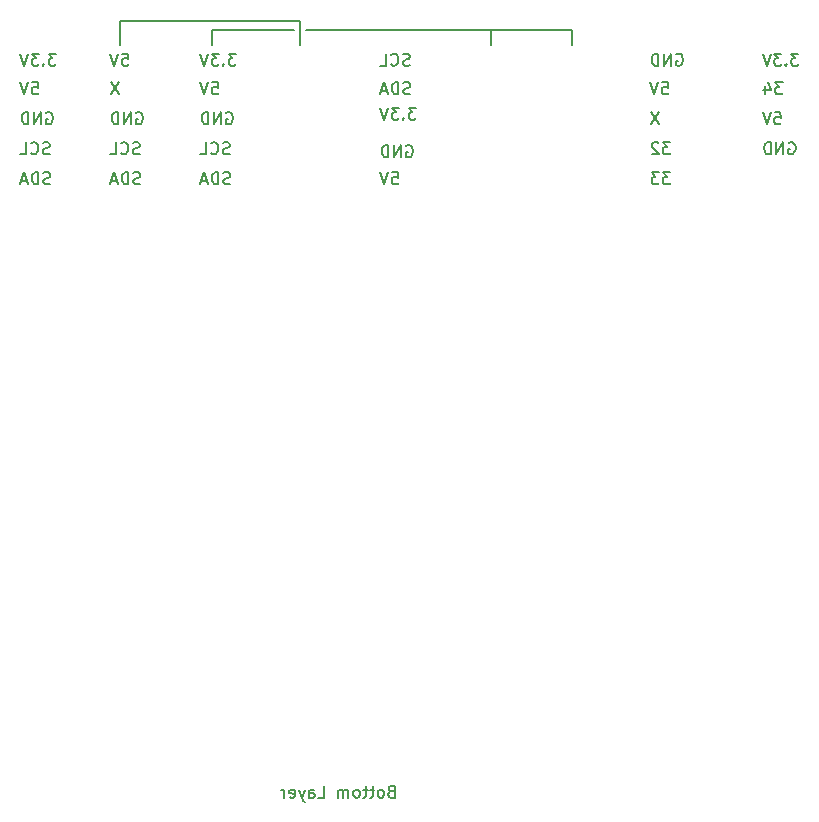
<source format=gbr>
%TF.GenerationSoftware,KiCad,Pcbnew,7.0.8*%
%TF.CreationDate,2024-07-30T15:52:23+02:00*%
%TF.ProjectId,RWTH,52575448-2e6b-4696-9361-645f70636258,rev?*%
%TF.SameCoordinates,Original*%
%TF.FileFunction,Legend,Bot*%
%TF.FilePolarity,Positive*%
%FSLAX46Y46*%
G04 Gerber Fmt 4.6, Leading zero omitted, Abs format (unit mm)*
G04 Created by KiCad (PCBNEW 7.0.8) date 2024-07-30 15:52:23*
%MOMM*%
%LPD*%
G01*
G04 APERTURE LIST*
%ADD10C,0.150000*%
G04 APERTURE END LIST*
D10*
X111379000Y-52070000D02*
X111379000Y-50800000D01*
X103632000Y-50038000D02*
X118872000Y-50038000D01*
X135001000Y-50800000D02*
X135001000Y-52070000D01*
X135001000Y-50800000D02*
X141859000Y-50800000D01*
X118872000Y-50038000D02*
X118872000Y-52070000D01*
X141859000Y-50800000D02*
X141859000Y-52070000D01*
X111379000Y-50800000D02*
X118364000Y-50800000D01*
X119380000Y-50800000D02*
X135001000Y-50800000D01*
X103632000Y-52070000D02*
X103632000Y-50038000D01*
X149244207Y-57797819D02*
X148577541Y-58797819D01*
X148577541Y-57797819D02*
X149244207Y-58797819D01*
X97666112Y-61290200D02*
X97523255Y-61337819D01*
X97523255Y-61337819D02*
X97285160Y-61337819D01*
X97285160Y-61337819D02*
X97189922Y-61290200D01*
X97189922Y-61290200D02*
X97142303Y-61242580D01*
X97142303Y-61242580D02*
X97094684Y-61147342D01*
X97094684Y-61147342D02*
X97094684Y-61052104D01*
X97094684Y-61052104D02*
X97142303Y-60956866D01*
X97142303Y-60956866D02*
X97189922Y-60909247D01*
X97189922Y-60909247D02*
X97285160Y-60861628D01*
X97285160Y-60861628D02*
X97475636Y-60814009D01*
X97475636Y-60814009D02*
X97570874Y-60766390D01*
X97570874Y-60766390D02*
X97618493Y-60718771D01*
X97618493Y-60718771D02*
X97666112Y-60623533D01*
X97666112Y-60623533D02*
X97666112Y-60528295D01*
X97666112Y-60528295D02*
X97618493Y-60433057D01*
X97618493Y-60433057D02*
X97570874Y-60385438D01*
X97570874Y-60385438D02*
X97475636Y-60337819D01*
X97475636Y-60337819D02*
X97237541Y-60337819D01*
X97237541Y-60337819D02*
X97094684Y-60385438D01*
X96094684Y-61242580D02*
X96142303Y-61290200D01*
X96142303Y-61290200D02*
X96285160Y-61337819D01*
X96285160Y-61337819D02*
X96380398Y-61337819D01*
X96380398Y-61337819D02*
X96523255Y-61290200D01*
X96523255Y-61290200D02*
X96618493Y-61194961D01*
X96618493Y-61194961D02*
X96666112Y-61099723D01*
X96666112Y-61099723D02*
X96713731Y-60909247D01*
X96713731Y-60909247D02*
X96713731Y-60766390D01*
X96713731Y-60766390D02*
X96666112Y-60575914D01*
X96666112Y-60575914D02*
X96618493Y-60480676D01*
X96618493Y-60480676D02*
X96523255Y-60385438D01*
X96523255Y-60385438D02*
X96380398Y-60337819D01*
X96380398Y-60337819D02*
X96285160Y-60337819D01*
X96285160Y-60337819D02*
X96142303Y-60385438D01*
X96142303Y-60385438D02*
X96094684Y-60433057D01*
X95189922Y-61337819D02*
X95666112Y-61337819D01*
X95666112Y-61337819D02*
X95666112Y-60337819D01*
X126669922Y-62877819D02*
X127146112Y-62877819D01*
X127146112Y-62877819D02*
X127193731Y-63354009D01*
X127193731Y-63354009D02*
X127146112Y-63306390D01*
X127146112Y-63306390D02*
X127050874Y-63258771D01*
X127050874Y-63258771D02*
X126812779Y-63258771D01*
X126812779Y-63258771D02*
X126717541Y-63306390D01*
X126717541Y-63306390D02*
X126669922Y-63354009D01*
X126669922Y-63354009D02*
X126622303Y-63449247D01*
X126622303Y-63449247D02*
X126622303Y-63687342D01*
X126622303Y-63687342D02*
X126669922Y-63782580D01*
X126669922Y-63782580D02*
X126717541Y-63830200D01*
X126717541Y-63830200D02*
X126812779Y-63877819D01*
X126812779Y-63877819D02*
X127050874Y-63877819D01*
X127050874Y-63877819D02*
X127146112Y-63830200D01*
X127146112Y-63830200D02*
X127193731Y-63782580D01*
X126336588Y-62877819D02*
X126003255Y-63877819D01*
X126003255Y-63877819D02*
X125669922Y-62877819D01*
X128193731Y-56210200D02*
X128050874Y-56257819D01*
X128050874Y-56257819D02*
X127812779Y-56257819D01*
X127812779Y-56257819D02*
X127717541Y-56210200D01*
X127717541Y-56210200D02*
X127669922Y-56162580D01*
X127669922Y-56162580D02*
X127622303Y-56067342D01*
X127622303Y-56067342D02*
X127622303Y-55972104D01*
X127622303Y-55972104D02*
X127669922Y-55876866D01*
X127669922Y-55876866D02*
X127717541Y-55829247D01*
X127717541Y-55829247D02*
X127812779Y-55781628D01*
X127812779Y-55781628D02*
X128003255Y-55734009D01*
X128003255Y-55734009D02*
X128098493Y-55686390D01*
X128098493Y-55686390D02*
X128146112Y-55638771D01*
X128146112Y-55638771D02*
X128193731Y-55543533D01*
X128193731Y-55543533D02*
X128193731Y-55448295D01*
X128193731Y-55448295D02*
X128146112Y-55353057D01*
X128146112Y-55353057D02*
X128098493Y-55305438D01*
X128098493Y-55305438D02*
X128003255Y-55257819D01*
X128003255Y-55257819D02*
X127765160Y-55257819D01*
X127765160Y-55257819D02*
X127622303Y-55305438D01*
X127193731Y-56257819D02*
X127193731Y-55257819D01*
X127193731Y-55257819D02*
X126955636Y-55257819D01*
X126955636Y-55257819D02*
X126812779Y-55305438D01*
X126812779Y-55305438D02*
X126717541Y-55400676D01*
X126717541Y-55400676D02*
X126669922Y-55495914D01*
X126669922Y-55495914D02*
X126622303Y-55686390D01*
X126622303Y-55686390D02*
X126622303Y-55829247D01*
X126622303Y-55829247D02*
X126669922Y-56019723D01*
X126669922Y-56019723D02*
X126717541Y-56114961D01*
X126717541Y-56114961D02*
X126812779Y-56210200D01*
X126812779Y-56210200D02*
X126955636Y-56257819D01*
X126955636Y-56257819D02*
X127193731Y-56257819D01*
X126241350Y-55972104D02*
X125765160Y-55972104D01*
X126336588Y-56257819D02*
X126003255Y-55257819D01*
X126003255Y-55257819D02*
X125669922Y-56257819D01*
X150196588Y-60337819D02*
X149577541Y-60337819D01*
X149577541Y-60337819D02*
X149910874Y-60718771D01*
X149910874Y-60718771D02*
X149768017Y-60718771D01*
X149768017Y-60718771D02*
X149672779Y-60766390D01*
X149672779Y-60766390D02*
X149625160Y-60814009D01*
X149625160Y-60814009D02*
X149577541Y-60909247D01*
X149577541Y-60909247D02*
X149577541Y-61147342D01*
X149577541Y-61147342D02*
X149625160Y-61242580D01*
X149625160Y-61242580D02*
X149672779Y-61290200D01*
X149672779Y-61290200D02*
X149768017Y-61337819D01*
X149768017Y-61337819D02*
X150053731Y-61337819D01*
X150053731Y-61337819D02*
X150148969Y-61290200D01*
X150148969Y-61290200D02*
X150196588Y-61242580D01*
X149196588Y-60433057D02*
X149148969Y-60385438D01*
X149148969Y-60385438D02*
X149053731Y-60337819D01*
X149053731Y-60337819D02*
X148815636Y-60337819D01*
X148815636Y-60337819D02*
X148720398Y-60385438D01*
X148720398Y-60385438D02*
X148672779Y-60433057D01*
X148672779Y-60433057D02*
X148625160Y-60528295D01*
X148625160Y-60528295D02*
X148625160Y-60623533D01*
X148625160Y-60623533D02*
X148672779Y-60766390D01*
X148672779Y-60766390D02*
X149244207Y-61337819D01*
X149244207Y-61337819D02*
X148625160Y-61337819D01*
X150720398Y-52892438D02*
X150815636Y-52844819D01*
X150815636Y-52844819D02*
X150958493Y-52844819D01*
X150958493Y-52844819D02*
X151101350Y-52892438D01*
X151101350Y-52892438D02*
X151196588Y-52987676D01*
X151196588Y-52987676D02*
X151244207Y-53082914D01*
X151244207Y-53082914D02*
X151291826Y-53273390D01*
X151291826Y-53273390D02*
X151291826Y-53416247D01*
X151291826Y-53416247D02*
X151244207Y-53606723D01*
X151244207Y-53606723D02*
X151196588Y-53701961D01*
X151196588Y-53701961D02*
X151101350Y-53797200D01*
X151101350Y-53797200D02*
X150958493Y-53844819D01*
X150958493Y-53844819D02*
X150863255Y-53844819D01*
X150863255Y-53844819D02*
X150720398Y-53797200D01*
X150720398Y-53797200D02*
X150672779Y-53749580D01*
X150672779Y-53749580D02*
X150672779Y-53416247D01*
X150672779Y-53416247D02*
X150863255Y-53416247D01*
X150244207Y-53844819D02*
X150244207Y-52844819D01*
X150244207Y-52844819D02*
X149672779Y-53844819D01*
X149672779Y-53844819D02*
X149672779Y-52844819D01*
X149196588Y-53844819D02*
X149196588Y-52844819D01*
X149196588Y-52844819D02*
X148958493Y-52844819D01*
X148958493Y-52844819D02*
X148815636Y-52892438D01*
X148815636Y-52892438D02*
X148720398Y-52987676D01*
X148720398Y-52987676D02*
X148672779Y-53082914D01*
X148672779Y-53082914D02*
X148625160Y-53273390D01*
X148625160Y-53273390D02*
X148625160Y-53416247D01*
X148625160Y-53416247D02*
X148672779Y-53606723D01*
X148672779Y-53606723D02*
X148720398Y-53701961D01*
X148720398Y-53701961D02*
X148815636Y-53797200D01*
X148815636Y-53797200D02*
X148958493Y-53844819D01*
X148958493Y-53844819D02*
X149196588Y-53844819D01*
X128146112Y-53797200D02*
X128003255Y-53844819D01*
X128003255Y-53844819D02*
X127765160Y-53844819D01*
X127765160Y-53844819D02*
X127669922Y-53797200D01*
X127669922Y-53797200D02*
X127622303Y-53749580D01*
X127622303Y-53749580D02*
X127574684Y-53654342D01*
X127574684Y-53654342D02*
X127574684Y-53559104D01*
X127574684Y-53559104D02*
X127622303Y-53463866D01*
X127622303Y-53463866D02*
X127669922Y-53416247D01*
X127669922Y-53416247D02*
X127765160Y-53368628D01*
X127765160Y-53368628D02*
X127955636Y-53321009D01*
X127955636Y-53321009D02*
X128050874Y-53273390D01*
X128050874Y-53273390D02*
X128098493Y-53225771D01*
X128098493Y-53225771D02*
X128146112Y-53130533D01*
X128146112Y-53130533D02*
X128146112Y-53035295D01*
X128146112Y-53035295D02*
X128098493Y-52940057D01*
X128098493Y-52940057D02*
X128050874Y-52892438D01*
X128050874Y-52892438D02*
X127955636Y-52844819D01*
X127955636Y-52844819D02*
X127717541Y-52844819D01*
X127717541Y-52844819D02*
X127574684Y-52892438D01*
X126574684Y-53749580D02*
X126622303Y-53797200D01*
X126622303Y-53797200D02*
X126765160Y-53844819D01*
X126765160Y-53844819D02*
X126860398Y-53844819D01*
X126860398Y-53844819D02*
X127003255Y-53797200D01*
X127003255Y-53797200D02*
X127098493Y-53701961D01*
X127098493Y-53701961D02*
X127146112Y-53606723D01*
X127146112Y-53606723D02*
X127193731Y-53416247D01*
X127193731Y-53416247D02*
X127193731Y-53273390D01*
X127193731Y-53273390D02*
X127146112Y-53082914D01*
X127146112Y-53082914D02*
X127098493Y-52987676D01*
X127098493Y-52987676D02*
X127003255Y-52892438D01*
X127003255Y-52892438D02*
X126860398Y-52844819D01*
X126860398Y-52844819D02*
X126765160Y-52844819D01*
X126765160Y-52844819D02*
X126622303Y-52892438D01*
X126622303Y-52892438D02*
X126574684Y-52940057D01*
X125669922Y-53844819D02*
X126146112Y-53844819D01*
X126146112Y-53844819D02*
X126146112Y-52844819D01*
X98189921Y-52844819D02*
X97570874Y-52844819D01*
X97570874Y-52844819D02*
X97904207Y-53225771D01*
X97904207Y-53225771D02*
X97761350Y-53225771D01*
X97761350Y-53225771D02*
X97666112Y-53273390D01*
X97666112Y-53273390D02*
X97618493Y-53321009D01*
X97618493Y-53321009D02*
X97570874Y-53416247D01*
X97570874Y-53416247D02*
X97570874Y-53654342D01*
X97570874Y-53654342D02*
X97618493Y-53749580D01*
X97618493Y-53749580D02*
X97666112Y-53797200D01*
X97666112Y-53797200D02*
X97761350Y-53844819D01*
X97761350Y-53844819D02*
X98047064Y-53844819D01*
X98047064Y-53844819D02*
X98142302Y-53797200D01*
X98142302Y-53797200D02*
X98189921Y-53749580D01*
X97142302Y-53749580D02*
X97094683Y-53797200D01*
X97094683Y-53797200D02*
X97142302Y-53844819D01*
X97142302Y-53844819D02*
X97189921Y-53797200D01*
X97189921Y-53797200D02*
X97142302Y-53749580D01*
X97142302Y-53749580D02*
X97142302Y-53844819D01*
X96761350Y-52844819D02*
X96142303Y-52844819D01*
X96142303Y-52844819D02*
X96475636Y-53225771D01*
X96475636Y-53225771D02*
X96332779Y-53225771D01*
X96332779Y-53225771D02*
X96237541Y-53273390D01*
X96237541Y-53273390D02*
X96189922Y-53321009D01*
X96189922Y-53321009D02*
X96142303Y-53416247D01*
X96142303Y-53416247D02*
X96142303Y-53654342D01*
X96142303Y-53654342D02*
X96189922Y-53749580D01*
X96189922Y-53749580D02*
X96237541Y-53797200D01*
X96237541Y-53797200D02*
X96332779Y-53844819D01*
X96332779Y-53844819D02*
X96618493Y-53844819D01*
X96618493Y-53844819D02*
X96713731Y-53797200D01*
X96713731Y-53797200D02*
X96761350Y-53749580D01*
X95856588Y-52844819D02*
X95523255Y-53844819D01*
X95523255Y-53844819D02*
X95189922Y-52844819D01*
X127860398Y-60639438D02*
X127955636Y-60591819D01*
X127955636Y-60591819D02*
X128098493Y-60591819D01*
X128098493Y-60591819D02*
X128241350Y-60639438D01*
X128241350Y-60639438D02*
X128336588Y-60734676D01*
X128336588Y-60734676D02*
X128384207Y-60829914D01*
X128384207Y-60829914D02*
X128431826Y-61020390D01*
X128431826Y-61020390D02*
X128431826Y-61163247D01*
X128431826Y-61163247D02*
X128384207Y-61353723D01*
X128384207Y-61353723D02*
X128336588Y-61448961D01*
X128336588Y-61448961D02*
X128241350Y-61544200D01*
X128241350Y-61544200D02*
X128098493Y-61591819D01*
X128098493Y-61591819D02*
X128003255Y-61591819D01*
X128003255Y-61591819D02*
X127860398Y-61544200D01*
X127860398Y-61544200D02*
X127812779Y-61496580D01*
X127812779Y-61496580D02*
X127812779Y-61163247D01*
X127812779Y-61163247D02*
X128003255Y-61163247D01*
X127384207Y-61591819D02*
X127384207Y-60591819D01*
X127384207Y-60591819D02*
X126812779Y-61591819D01*
X126812779Y-61591819D02*
X126812779Y-60591819D01*
X126336588Y-61591819D02*
X126336588Y-60591819D01*
X126336588Y-60591819D02*
X126098493Y-60591819D01*
X126098493Y-60591819D02*
X125955636Y-60639438D01*
X125955636Y-60639438D02*
X125860398Y-60734676D01*
X125860398Y-60734676D02*
X125812779Y-60829914D01*
X125812779Y-60829914D02*
X125765160Y-61020390D01*
X125765160Y-61020390D02*
X125765160Y-61163247D01*
X125765160Y-61163247D02*
X125812779Y-61353723D01*
X125812779Y-61353723D02*
X125860398Y-61448961D01*
X125860398Y-61448961D02*
X125955636Y-61544200D01*
X125955636Y-61544200D02*
X126098493Y-61591819D01*
X126098493Y-61591819D02*
X126336588Y-61591819D01*
X149529922Y-55257819D02*
X150006112Y-55257819D01*
X150006112Y-55257819D02*
X150053731Y-55734009D01*
X150053731Y-55734009D02*
X150006112Y-55686390D01*
X150006112Y-55686390D02*
X149910874Y-55638771D01*
X149910874Y-55638771D02*
X149672779Y-55638771D01*
X149672779Y-55638771D02*
X149577541Y-55686390D01*
X149577541Y-55686390D02*
X149529922Y-55734009D01*
X149529922Y-55734009D02*
X149482303Y-55829247D01*
X149482303Y-55829247D02*
X149482303Y-56067342D01*
X149482303Y-56067342D02*
X149529922Y-56162580D01*
X149529922Y-56162580D02*
X149577541Y-56210200D01*
X149577541Y-56210200D02*
X149672779Y-56257819D01*
X149672779Y-56257819D02*
X149910874Y-56257819D01*
X149910874Y-56257819D02*
X150006112Y-56210200D01*
X150006112Y-56210200D02*
X150053731Y-56162580D01*
X149196588Y-55257819D02*
X148863255Y-56257819D01*
X148863255Y-56257819D02*
X148529922Y-55257819D01*
X113429921Y-52844819D02*
X112810874Y-52844819D01*
X112810874Y-52844819D02*
X113144207Y-53225771D01*
X113144207Y-53225771D02*
X113001350Y-53225771D01*
X113001350Y-53225771D02*
X112906112Y-53273390D01*
X112906112Y-53273390D02*
X112858493Y-53321009D01*
X112858493Y-53321009D02*
X112810874Y-53416247D01*
X112810874Y-53416247D02*
X112810874Y-53654342D01*
X112810874Y-53654342D02*
X112858493Y-53749580D01*
X112858493Y-53749580D02*
X112906112Y-53797200D01*
X112906112Y-53797200D02*
X113001350Y-53844819D01*
X113001350Y-53844819D02*
X113287064Y-53844819D01*
X113287064Y-53844819D02*
X113382302Y-53797200D01*
X113382302Y-53797200D02*
X113429921Y-53749580D01*
X112382302Y-53749580D02*
X112334683Y-53797200D01*
X112334683Y-53797200D02*
X112382302Y-53844819D01*
X112382302Y-53844819D02*
X112429921Y-53797200D01*
X112429921Y-53797200D02*
X112382302Y-53749580D01*
X112382302Y-53749580D02*
X112382302Y-53844819D01*
X112001350Y-52844819D02*
X111382303Y-52844819D01*
X111382303Y-52844819D02*
X111715636Y-53225771D01*
X111715636Y-53225771D02*
X111572779Y-53225771D01*
X111572779Y-53225771D02*
X111477541Y-53273390D01*
X111477541Y-53273390D02*
X111429922Y-53321009D01*
X111429922Y-53321009D02*
X111382303Y-53416247D01*
X111382303Y-53416247D02*
X111382303Y-53654342D01*
X111382303Y-53654342D02*
X111429922Y-53749580D01*
X111429922Y-53749580D02*
X111477541Y-53797200D01*
X111477541Y-53797200D02*
X111572779Y-53844819D01*
X111572779Y-53844819D02*
X111858493Y-53844819D01*
X111858493Y-53844819D02*
X111953731Y-53797200D01*
X111953731Y-53797200D02*
X112001350Y-53749580D01*
X111096588Y-52844819D02*
X110763255Y-53844819D01*
X110763255Y-53844819D02*
X110429922Y-52844819D01*
X161054921Y-52844819D02*
X160435874Y-52844819D01*
X160435874Y-52844819D02*
X160769207Y-53225771D01*
X160769207Y-53225771D02*
X160626350Y-53225771D01*
X160626350Y-53225771D02*
X160531112Y-53273390D01*
X160531112Y-53273390D02*
X160483493Y-53321009D01*
X160483493Y-53321009D02*
X160435874Y-53416247D01*
X160435874Y-53416247D02*
X160435874Y-53654342D01*
X160435874Y-53654342D02*
X160483493Y-53749580D01*
X160483493Y-53749580D02*
X160531112Y-53797200D01*
X160531112Y-53797200D02*
X160626350Y-53844819D01*
X160626350Y-53844819D02*
X160912064Y-53844819D01*
X160912064Y-53844819D02*
X161007302Y-53797200D01*
X161007302Y-53797200D02*
X161054921Y-53749580D01*
X160007302Y-53749580D02*
X159959683Y-53797200D01*
X159959683Y-53797200D02*
X160007302Y-53844819D01*
X160007302Y-53844819D02*
X160054921Y-53797200D01*
X160054921Y-53797200D02*
X160007302Y-53749580D01*
X160007302Y-53749580D02*
X160007302Y-53844819D01*
X159626350Y-52844819D02*
X159007303Y-52844819D01*
X159007303Y-52844819D02*
X159340636Y-53225771D01*
X159340636Y-53225771D02*
X159197779Y-53225771D01*
X159197779Y-53225771D02*
X159102541Y-53273390D01*
X159102541Y-53273390D02*
X159054922Y-53321009D01*
X159054922Y-53321009D02*
X159007303Y-53416247D01*
X159007303Y-53416247D02*
X159007303Y-53654342D01*
X159007303Y-53654342D02*
X159054922Y-53749580D01*
X159054922Y-53749580D02*
X159102541Y-53797200D01*
X159102541Y-53797200D02*
X159197779Y-53844819D01*
X159197779Y-53844819D02*
X159483493Y-53844819D01*
X159483493Y-53844819D02*
X159578731Y-53797200D01*
X159578731Y-53797200D02*
X159626350Y-53749580D01*
X158721588Y-52844819D02*
X158388255Y-53844819D01*
X158388255Y-53844819D02*
X158054922Y-52844819D01*
X97713731Y-63830200D02*
X97570874Y-63877819D01*
X97570874Y-63877819D02*
X97332779Y-63877819D01*
X97332779Y-63877819D02*
X97237541Y-63830200D01*
X97237541Y-63830200D02*
X97189922Y-63782580D01*
X97189922Y-63782580D02*
X97142303Y-63687342D01*
X97142303Y-63687342D02*
X97142303Y-63592104D01*
X97142303Y-63592104D02*
X97189922Y-63496866D01*
X97189922Y-63496866D02*
X97237541Y-63449247D01*
X97237541Y-63449247D02*
X97332779Y-63401628D01*
X97332779Y-63401628D02*
X97523255Y-63354009D01*
X97523255Y-63354009D02*
X97618493Y-63306390D01*
X97618493Y-63306390D02*
X97666112Y-63258771D01*
X97666112Y-63258771D02*
X97713731Y-63163533D01*
X97713731Y-63163533D02*
X97713731Y-63068295D01*
X97713731Y-63068295D02*
X97666112Y-62973057D01*
X97666112Y-62973057D02*
X97618493Y-62925438D01*
X97618493Y-62925438D02*
X97523255Y-62877819D01*
X97523255Y-62877819D02*
X97285160Y-62877819D01*
X97285160Y-62877819D02*
X97142303Y-62925438D01*
X96713731Y-63877819D02*
X96713731Y-62877819D01*
X96713731Y-62877819D02*
X96475636Y-62877819D01*
X96475636Y-62877819D02*
X96332779Y-62925438D01*
X96332779Y-62925438D02*
X96237541Y-63020676D01*
X96237541Y-63020676D02*
X96189922Y-63115914D01*
X96189922Y-63115914D02*
X96142303Y-63306390D01*
X96142303Y-63306390D02*
X96142303Y-63449247D01*
X96142303Y-63449247D02*
X96189922Y-63639723D01*
X96189922Y-63639723D02*
X96237541Y-63734961D01*
X96237541Y-63734961D02*
X96332779Y-63830200D01*
X96332779Y-63830200D02*
X96475636Y-63877819D01*
X96475636Y-63877819D02*
X96713731Y-63877819D01*
X95761350Y-63592104D02*
X95285160Y-63592104D01*
X95856588Y-63877819D02*
X95523255Y-62877819D01*
X95523255Y-62877819D02*
X95189922Y-63877819D01*
X112953731Y-63830200D02*
X112810874Y-63877819D01*
X112810874Y-63877819D02*
X112572779Y-63877819D01*
X112572779Y-63877819D02*
X112477541Y-63830200D01*
X112477541Y-63830200D02*
X112429922Y-63782580D01*
X112429922Y-63782580D02*
X112382303Y-63687342D01*
X112382303Y-63687342D02*
X112382303Y-63592104D01*
X112382303Y-63592104D02*
X112429922Y-63496866D01*
X112429922Y-63496866D02*
X112477541Y-63449247D01*
X112477541Y-63449247D02*
X112572779Y-63401628D01*
X112572779Y-63401628D02*
X112763255Y-63354009D01*
X112763255Y-63354009D02*
X112858493Y-63306390D01*
X112858493Y-63306390D02*
X112906112Y-63258771D01*
X112906112Y-63258771D02*
X112953731Y-63163533D01*
X112953731Y-63163533D02*
X112953731Y-63068295D01*
X112953731Y-63068295D02*
X112906112Y-62973057D01*
X112906112Y-62973057D02*
X112858493Y-62925438D01*
X112858493Y-62925438D02*
X112763255Y-62877819D01*
X112763255Y-62877819D02*
X112525160Y-62877819D01*
X112525160Y-62877819D02*
X112382303Y-62925438D01*
X111953731Y-63877819D02*
X111953731Y-62877819D01*
X111953731Y-62877819D02*
X111715636Y-62877819D01*
X111715636Y-62877819D02*
X111572779Y-62925438D01*
X111572779Y-62925438D02*
X111477541Y-63020676D01*
X111477541Y-63020676D02*
X111429922Y-63115914D01*
X111429922Y-63115914D02*
X111382303Y-63306390D01*
X111382303Y-63306390D02*
X111382303Y-63449247D01*
X111382303Y-63449247D02*
X111429922Y-63639723D01*
X111429922Y-63639723D02*
X111477541Y-63734961D01*
X111477541Y-63734961D02*
X111572779Y-63830200D01*
X111572779Y-63830200D02*
X111715636Y-63877819D01*
X111715636Y-63877819D02*
X111953731Y-63877819D01*
X111001350Y-63592104D02*
X110525160Y-63592104D01*
X111096588Y-63877819D02*
X110763255Y-62877819D01*
X110763255Y-62877819D02*
X110429922Y-63877819D01*
X105000398Y-57845438D02*
X105095636Y-57797819D01*
X105095636Y-57797819D02*
X105238493Y-57797819D01*
X105238493Y-57797819D02*
X105381350Y-57845438D01*
X105381350Y-57845438D02*
X105476588Y-57940676D01*
X105476588Y-57940676D02*
X105524207Y-58035914D01*
X105524207Y-58035914D02*
X105571826Y-58226390D01*
X105571826Y-58226390D02*
X105571826Y-58369247D01*
X105571826Y-58369247D02*
X105524207Y-58559723D01*
X105524207Y-58559723D02*
X105476588Y-58654961D01*
X105476588Y-58654961D02*
X105381350Y-58750200D01*
X105381350Y-58750200D02*
X105238493Y-58797819D01*
X105238493Y-58797819D02*
X105143255Y-58797819D01*
X105143255Y-58797819D02*
X105000398Y-58750200D01*
X105000398Y-58750200D02*
X104952779Y-58702580D01*
X104952779Y-58702580D02*
X104952779Y-58369247D01*
X104952779Y-58369247D02*
X105143255Y-58369247D01*
X104524207Y-58797819D02*
X104524207Y-57797819D01*
X104524207Y-57797819D02*
X103952779Y-58797819D01*
X103952779Y-58797819D02*
X103952779Y-57797819D01*
X103476588Y-58797819D02*
X103476588Y-57797819D01*
X103476588Y-57797819D02*
X103238493Y-57797819D01*
X103238493Y-57797819D02*
X103095636Y-57845438D01*
X103095636Y-57845438D02*
X103000398Y-57940676D01*
X103000398Y-57940676D02*
X102952779Y-58035914D01*
X102952779Y-58035914D02*
X102905160Y-58226390D01*
X102905160Y-58226390D02*
X102905160Y-58369247D01*
X102905160Y-58369247D02*
X102952779Y-58559723D01*
X102952779Y-58559723D02*
X103000398Y-58654961D01*
X103000398Y-58654961D02*
X103095636Y-58750200D01*
X103095636Y-58750200D02*
X103238493Y-58797819D01*
X103238493Y-58797819D02*
X103476588Y-58797819D01*
X103524207Y-55257819D02*
X102857541Y-56257819D01*
X102857541Y-55257819D02*
X103524207Y-56257819D01*
X112620398Y-57845438D02*
X112715636Y-57797819D01*
X112715636Y-57797819D02*
X112858493Y-57797819D01*
X112858493Y-57797819D02*
X113001350Y-57845438D01*
X113001350Y-57845438D02*
X113096588Y-57940676D01*
X113096588Y-57940676D02*
X113144207Y-58035914D01*
X113144207Y-58035914D02*
X113191826Y-58226390D01*
X113191826Y-58226390D02*
X113191826Y-58369247D01*
X113191826Y-58369247D02*
X113144207Y-58559723D01*
X113144207Y-58559723D02*
X113096588Y-58654961D01*
X113096588Y-58654961D02*
X113001350Y-58750200D01*
X113001350Y-58750200D02*
X112858493Y-58797819D01*
X112858493Y-58797819D02*
X112763255Y-58797819D01*
X112763255Y-58797819D02*
X112620398Y-58750200D01*
X112620398Y-58750200D02*
X112572779Y-58702580D01*
X112572779Y-58702580D02*
X112572779Y-58369247D01*
X112572779Y-58369247D02*
X112763255Y-58369247D01*
X112144207Y-58797819D02*
X112144207Y-57797819D01*
X112144207Y-57797819D02*
X111572779Y-58797819D01*
X111572779Y-58797819D02*
X111572779Y-57797819D01*
X111096588Y-58797819D02*
X111096588Y-57797819D01*
X111096588Y-57797819D02*
X110858493Y-57797819D01*
X110858493Y-57797819D02*
X110715636Y-57845438D01*
X110715636Y-57845438D02*
X110620398Y-57940676D01*
X110620398Y-57940676D02*
X110572779Y-58035914D01*
X110572779Y-58035914D02*
X110525160Y-58226390D01*
X110525160Y-58226390D02*
X110525160Y-58369247D01*
X110525160Y-58369247D02*
X110572779Y-58559723D01*
X110572779Y-58559723D02*
X110620398Y-58654961D01*
X110620398Y-58654961D02*
X110715636Y-58750200D01*
X110715636Y-58750200D02*
X110858493Y-58797819D01*
X110858493Y-58797819D02*
X111096588Y-58797819D01*
X128669921Y-57416819D02*
X128050874Y-57416819D01*
X128050874Y-57416819D02*
X128384207Y-57797771D01*
X128384207Y-57797771D02*
X128241350Y-57797771D01*
X128241350Y-57797771D02*
X128146112Y-57845390D01*
X128146112Y-57845390D02*
X128098493Y-57893009D01*
X128098493Y-57893009D02*
X128050874Y-57988247D01*
X128050874Y-57988247D02*
X128050874Y-58226342D01*
X128050874Y-58226342D02*
X128098493Y-58321580D01*
X128098493Y-58321580D02*
X128146112Y-58369200D01*
X128146112Y-58369200D02*
X128241350Y-58416819D01*
X128241350Y-58416819D02*
X128527064Y-58416819D01*
X128527064Y-58416819D02*
X128622302Y-58369200D01*
X128622302Y-58369200D02*
X128669921Y-58321580D01*
X127622302Y-58321580D02*
X127574683Y-58369200D01*
X127574683Y-58369200D02*
X127622302Y-58416819D01*
X127622302Y-58416819D02*
X127669921Y-58369200D01*
X127669921Y-58369200D02*
X127622302Y-58321580D01*
X127622302Y-58321580D02*
X127622302Y-58416819D01*
X127241350Y-57416819D02*
X126622303Y-57416819D01*
X126622303Y-57416819D02*
X126955636Y-57797771D01*
X126955636Y-57797771D02*
X126812779Y-57797771D01*
X126812779Y-57797771D02*
X126717541Y-57845390D01*
X126717541Y-57845390D02*
X126669922Y-57893009D01*
X126669922Y-57893009D02*
X126622303Y-57988247D01*
X126622303Y-57988247D02*
X126622303Y-58226342D01*
X126622303Y-58226342D02*
X126669922Y-58321580D01*
X126669922Y-58321580D02*
X126717541Y-58369200D01*
X126717541Y-58369200D02*
X126812779Y-58416819D01*
X126812779Y-58416819D02*
X127098493Y-58416819D01*
X127098493Y-58416819D02*
X127193731Y-58369200D01*
X127193731Y-58369200D02*
X127241350Y-58321580D01*
X126336588Y-57416819D02*
X126003255Y-58416819D01*
X126003255Y-58416819D02*
X125669922Y-57416819D01*
X111429922Y-55257819D02*
X111906112Y-55257819D01*
X111906112Y-55257819D02*
X111953731Y-55734009D01*
X111953731Y-55734009D02*
X111906112Y-55686390D01*
X111906112Y-55686390D02*
X111810874Y-55638771D01*
X111810874Y-55638771D02*
X111572779Y-55638771D01*
X111572779Y-55638771D02*
X111477541Y-55686390D01*
X111477541Y-55686390D02*
X111429922Y-55734009D01*
X111429922Y-55734009D02*
X111382303Y-55829247D01*
X111382303Y-55829247D02*
X111382303Y-56067342D01*
X111382303Y-56067342D02*
X111429922Y-56162580D01*
X111429922Y-56162580D02*
X111477541Y-56210200D01*
X111477541Y-56210200D02*
X111572779Y-56257819D01*
X111572779Y-56257819D02*
X111810874Y-56257819D01*
X111810874Y-56257819D02*
X111906112Y-56210200D01*
X111906112Y-56210200D02*
X111953731Y-56162580D01*
X111096588Y-55257819D02*
X110763255Y-56257819D01*
X110763255Y-56257819D02*
X110429922Y-55257819D01*
X105333731Y-63830200D02*
X105190874Y-63877819D01*
X105190874Y-63877819D02*
X104952779Y-63877819D01*
X104952779Y-63877819D02*
X104857541Y-63830200D01*
X104857541Y-63830200D02*
X104809922Y-63782580D01*
X104809922Y-63782580D02*
X104762303Y-63687342D01*
X104762303Y-63687342D02*
X104762303Y-63592104D01*
X104762303Y-63592104D02*
X104809922Y-63496866D01*
X104809922Y-63496866D02*
X104857541Y-63449247D01*
X104857541Y-63449247D02*
X104952779Y-63401628D01*
X104952779Y-63401628D02*
X105143255Y-63354009D01*
X105143255Y-63354009D02*
X105238493Y-63306390D01*
X105238493Y-63306390D02*
X105286112Y-63258771D01*
X105286112Y-63258771D02*
X105333731Y-63163533D01*
X105333731Y-63163533D02*
X105333731Y-63068295D01*
X105333731Y-63068295D02*
X105286112Y-62973057D01*
X105286112Y-62973057D02*
X105238493Y-62925438D01*
X105238493Y-62925438D02*
X105143255Y-62877819D01*
X105143255Y-62877819D02*
X104905160Y-62877819D01*
X104905160Y-62877819D02*
X104762303Y-62925438D01*
X104333731Y-63877819D02*
X104333731Y-62877819D01*
X104333731Y-62877819D02*
X104095636Y-62877819D01*
X104095636Y-62877819D02*
X103952779Y-62925438D01*
X103952779Y-62925438D02*
X103857541Y-63020676D01*
X103857541Y-63020676D02*
X103809922Y-63115914D01*
X103809922Y-63115914D02*
X103762303Y-63306390D01*
X103762303Y-63306390D02*
X103762303Y-63449247D01*
X103762303Y-63449247D02*
X103809922Y-63639723D01*
X103809922Y-63639723D02*
X103857541Y-63734961D01*
X103857541Y-63734961D02*
X103952779Y-63830200D01*
X103952779Y-63830200D02*
X104095636Y-63877819D01*
X104095636Y-63877819D02*
X104333731Y-63877819D01*
X103381350Y-63592104D02*
X102905160Y-63592104D01*
X103476588Y-63877819D02*
X103143255Y-62877819D01*
X103143255Y-62877819D02*
X102809922Y-63877819D01*
X96189922Y-55257819D02*
X96666112Y-55257819D01*
X96666112Y-55257819D02*
X96713731Y-55734009D01*
X96713731Y-55734009D02*
X96666112Y-55686390D01*
X96666112Y-55686390D02*
X96570874Y-55638771D01*
X96570874Y-55638771D02*
X96332779Y-55638771D01*
X96332779Y-55638771D02*
X96237541Y-55686390D01*
X96237541Y-55686390D02*
X96189922Y-55734009D01*
X96189922Y-55734009D02*
X96142303Y-55829247D01*
X96142303Y-55829247D02*
X96142303Y-56067342D01*
X96142303Y-56067342D02*
X96189922Y-56162580D01*
X96189922Y-56162580D02*
X96237541Y-56210200D01*
X96237541Y-56210200D02*
X96332779Y-56257819D01*
X96332779Y-56257819D02*
X96570874Y-56257819D01*
X96570874Y-56257819D02*
X96666112Y-56210200D01*
X96666112Y-56210200D02*
X96713731Y-56162580D01*
X95856588Y-55257819D02*
X95523255Y-56257819D01*
X95523255Y-56257819D02*
X95189922Y-55257819D01*
X150196588Y-62877819D02*
X149577541Y-62877819D01*
X149577541Y-62877819D02*
X149910874Y-63258771D01*
X149910874Y-63258771D02*
X149768017Y-63258771D01*
X149768017Y-63258771D02*
X149672779Y-63306390D01*
X149672779Y-63306390D02*
X149625160Y-63354009D01*
X149625160Y-63354009D02*
X149577541Y-63449247D01*
X149577541Y-63449247D02*
X149577541Y-63687342D01*
X149577541Y-63687342D02*
X149625160Y-63782580D01*
X149625160Y-63782580D02*
X149672779Y-63830200D01*
X149672779Y-63830200D02*
X149768017Y-63877819D01*
X149768017Y-63877819D02*
X150053731Y-63877819D01*
X150053731Y-63877819D02*
X150148969Y-63830200D01*
X150148969Y-63830200D02*
X150196588Y-63782580D01*
X149244207Y-62877819D02*
X148625160Y-62877819D01*
X148625160Y-62877819D02*
X148958493Y-63258771D01*
X148958493Y-63258771D02*
X148815636Y-63258771D01*
X148815636Y-63258771D02*
X148720398Y-63306390D01*
X148720398Y-63306390D02*
X148672779Y-63354009D01*
X148672779Y-63354009D02*
X148625160Y-63449247D01*
X148625160Y-63449247D02*
X148625160Y-63687342D01*
X148625160Y-63687342D02*
X148672779Y-63782580D01*
X148672779Y-63782580D02*
X148720398Y-63830200D01*
X148720398Y-63830200D02*
X148815636Y-63877819D01*
X148815636Y-63877819D02*
X149101350Y-63877819D01*
X149101350Y-63877819D02*
X149196588Y-63830200D01*
X149196588Y-63830200D02*
X149244207Y-63782580D01*
X160245398Y-60385438D02*
X160340636Y-60337819D01*
X160340636Y-60337819D02*
X160483493Y-60337819D01*
X160483493Y-60337819D02*
X160626350Y-60385438D01*
X160626350Y-60385438D02*
X160721588Y-60480676D01*
X160721588Y-60480676D02*
X160769207Y-60575914D01*
X160769207Y-60575914D02*
X160816826Y-60766390D01*
X160816826Y-60766390D02*
X160816826Y-60909247D01*
X160816826Y-60909247D02*
X160769207Y-61099723D01*
X160769207Y-61099723D02*
X160721588Y-61194961D01*
X160721588Y-61194961D02*
X160626350Y-61290200D01*
X160626350Y-61290200D02*
X160483493Y-61337819D01*
X160483493Y-61337819D02*
X160388255Y-61337819D01*
X160388255Y-61337819D02*
X160245398Y-61290200D01*
X160245398Y-61290200D02*
X160197779Y-61242580D01*
X160197779Y-61242580D02*
X160197779Y-60909247D01*
X160197779Y-60909247D02*
X160388255Y-60909247D01*
X159769207Y-61337819D02*
X159769207Y-60337819D01*
X159769207Y-60337819D02*
X159197779Y-61337819D01*
X159197779Y-61337819D02*
X159197779Y-60337819D01*
X158721588Y-61337819D02*
X158721588Y-60337819D01*
X158721588Y-60337819D02*
X158483493Y-60337819D01*
X158483493Y-60337819D02*
X158340636Y-60385438D01*
X158340636Y-60385438D02*
X158245398Y-60480676D01*
X158245398Y-60480676D02*
X158197779Y-60575914D01*
X158197779Y-60575914D02*
X158150160Y-60766390D01*
X158150160Y-60766390D02*
X158150160Y-60909247D01*
X158150160Y-60909247D02*
X158197779Y-61099723D01*
X158197779Y-61099723D02*
X158245398Y-61194961D01*
X158245398Y-61194961D02*
X158340636Y-61290200D01*
X158340636Y-61290200D02*
X158483493Y-61337819D01*
X158483493Y-61337819D02*
X158721588Y-61337819D01*
X97380398Y-57845438D02*
X97475636Y-57797819D01*
X97475636Y-57797819D02*
X97618493Y-57797819D01*
X97618493Y-57797819D02*
X97761350Y-57845438D01*
X97761350Y-57845438D02*
X97856588Y-57940676D01*
X97856588Y-57940676D02*
X97904207Y-58035914D01*
X97904207Y-58035914D02*
X97951826Y-58226390D01*
X97951826Y-58226390D02*
X97951826Y-58369247D01*
X97951826Y-58369247D02*
X97904207Y-58559723D01*
X97904207Y-58559723D02*
X97856588Y-58654961D01*
X97856588Y-58654961D02*
X97761350Y-58750200D01*
X97761350Y-58750200D02*
X97618493Y-58797819D01*
X97618493Y-58797819D02*
X97523255Y-58797819D01*
X97523255Y-58797819D02*
X97380398Y-58750200D01*
X97380398Y-58750200D02*
X97332779Y-58702580D01*
X97332779Y-58702580D02*
X97332779Y-58369247D01*
X97332779Y-58369247D02*
X97523255Y-58369247D01*
X96904207Y-58797819D02*
X96904207Y-57797819D01*
X96904207Y-57797819D02*
X96332779Y-58797819D01*
X96332779Y-58797819D02*
X96332779Y-57797819D01*
X95856588Y-58797819D02*
X95856588Y-57797819D01*
X95856588Y-57797819D02*
X95618493Y-57797819D01*
X95618493Y-57797819D02*
X95475636Y-57845438D01*
X95475636Y-57845438D02*
X95380398Y-57940676D01*
X95380398Y-57940676D02*
X95332779Y-58035914D01*
X95332779Y-58035914D02*
X95285160Y-58226390D01*
X95285160Y-58226390D02*
X95285160Y-58369247D01*
X95285160Y-58369247D02*
X95332779Y-58559723D01*
X95332779Y-58559723D02*
X95380398Y-58654961D01*
X95380398Y-58654961D02*
X95475636Y-58750200D01*
X95475636Y-58750200D02*
X95618493Y-58797819D01*
X95618493Y-58797819D02*
X95856588Y-58797819D01*
X159721588Y-55257819D02*
X159102541Y-55257819D01*
X159102541Y-55257819D02*
X159435874Y-55638771D01*
X159435874Y-55638771D02*
X159293017Y-55638771D01*
X159293017Y-55638771D02*
X159197779Y-55686390D01*
X159197779Y-55686390D02*
X159150160Y-55734009D01*
X159150160Y-55734009D02*
X159102541Y-55829247D01*
X159102541Y-55829247D02*
X159102541Y-56067342D01*
X159102541Y-56067342D02*
X159150160Y-56162580D01*
X159150160Y-56162580D02*
X159197779Y-56210200D01*
X159197779Y-56210200D02*
X159293017Y-56257819D01*
X159293017Y-56257819D02*
X159578731Y-56257819D01*
X159578731Y-56257819D02*
X159673969Y-56210200D01*
X159673969Y-56210200D02*
X159721588Y-56162580D01*
X158245398Y-55591152D02*
X158245398Y-56257819D01*
X158483493Y-55210200D02*
X158721588Y-55924485D01*
X158721588Y-55924485D02*
X158102541Y-55924485D01*
X103809922Y-52844819D02*
X104286112Y-52844819D01*
X104286112Y-52844819D02*
X104333731Y-53321009D01*
X104333731Y-53321009D02*
X104286112Y-53273390D01*
X104286112Y-53273390D02*
X104190874Y-53225771D01*
X104190874Y-53225771D02*
X103952779Y-53225771D01*
X103952779Y-53225771D02*
X103857541Y-53273390D01*
X103857541Y-53273390D02*
X103809922Y-53321009D01*
X103809922Y-53321009D02*
X103762303Y-53416247D01*
X103762303Y-53416247D02*
X103762303Y-53654342D01*
X103762303Y-53654342D02*
X103809922Y-53749580D01*
X103809922Y-53749580D02*
X103857541Y-53797200D01*
X103857541Y-53797200D02*
X103952779Y-53844819D01*
X103952779Y-53844819D02*
X104190874Y-53844819D01*
X104190874Y-53844819D02*
X104286112Y-53797200D01*
X104286112Y-53797200D02*
X104333731Y-53749580D01*
X103476588Y-52844819D02*
X103143255Y-53844819D01*
X103143255Y-53844819D02*
X102809922Y-52844819D01*
X126583887Y-115297009D02*
X126441030Y-115344628D01*
X126441030Y-115344628D02*
X126393411Y-115392247D01*
X126393411Y-115392247D02*
X126345792Y-115487485D01*
X126345792Y-115487485D02*
X126345792Y-115630342D01*
X126345792Y-115630342D02*
X126393411Y-115725580D01*
X126393411Y-115725580D02*
X126441030Y-115773200D01*
X126441030Y-115773200D02*
X126536268Y-115820819D01*
X126536268Y-115820819D02*
X126917220Y-115820819D01*
X126917220Y-115820819D02*
X126917220Y-114820819D01*
X126917220Y-114820819D02*
X126583887Y-114820819D01*
X126583887Y-114820819D02*
X126488649Y-114868438D01*
X126488649Y-114868438D02*
X126441030Y-114916057D01*
X126441030Y-114916057D02*
X126393411Y-115011295D01*
X126393411Y-115011295D02*
X126393411Y-115106533D01*
X126393411Y-115106533D02*
X126441030Y-115201771D01*
X126441030Y-115201771D02*
X126488649Y-115249390D01*
X126488649Y-115249390D02*
X126583887Y-115297009D01*
X126583887Y-115297009D02*
X126917220Y-115297009D01*
X125774363Y-115820819D02*
X125869601Y-115773200D01*
X125869601Y-115773200D02*
X125917220Y-115725580D01*
X125917220Y-115725580D02*
X125964839Y-115630342D01*
X125964839Y-115630342D02*
X125964839Y-115344628D01*
X125964839Y-115344628D02*
X125917220Y-115249390D01*
X125917220Y-115249390D02*
X125869601Y-115201771D01*
X125869601Y-115201771D02*
X125774363Y-115154152D01*
X125774363Y-115154152D02*
X125631506Y-115154152D01*
X125631506Y-115154152D02*
X125536268Y-115201771D01*
X125536268Y-115201771D02*
X125488649Y-115249390D01*
X125488649Y-115249390D02*
X125441030Y-115344628D01*
X125441030Y-115344628D02*
X125441030Y-115630342D01*
X125441030Y-115630342D02*
X125488649Y-115725580D01*
X125488649Y-115725580D02*
X125536268Y-115773200D01*
X125536268Y-115773200D02*
X125631506Y-115820819D01*
X125631506Y-115820819D02*
X125774363Y-115820819D01*
X125155315Y-115154152D02*
X124774363Y-115154152D01*
X125012458Y-114820819D02*
X125012458Y-115677961D01*
X125012458Y-115677961D02*
X124964839Y-115773200D01*
X124964839Y-115773200D02*
X124869601Y-115820819D01*
X124869601Y-115820819D02*
X124774363Y-115820819D01*
X124583886Y-115154152D02*
X124202934Y-115154152D01*
X124441029Y-114820819D02*
X124441029Y-115677961D01*
X124441029Y-115677961D02*
X124393410Y-115773200D01*
X124393410Y-115773200D02*
X124298172Y-115820819D01*
X124298172Y-115820819D02*
X124202934Y-115820819D01*
X123726743Y-115820819D02*
X123821981Y-115773200D01*
X123821981Y-115773200D02*
X123869600Y-115725580D01*
X123869600Y-115725580D02*
X123917219Y-115630342D01*
X123917219Y-115630342D02*
X123917219Y-115344628D01*
X123917219Y-115344628D02*
X123869600Y-115249390D01*
X123869600Y-115249390D02*
X123821981Y-115201771D01*
X123821981Y-115201771D02*
X123726743Y-115154152D01*
X123726743Y-115154152D02*
X123583886Y-115154152D01*
X123583886Y-115154152D02*
X123488648Y-115201771D01*
X123488648Y-115201771D02*
X123441029Y-115249390D01*
X123441029Y-115249390D02*
X123393410Y-115344628D01*
X123393410Y-115344628D02*
X123393410Y-115630342D01*
X123393410Y-115630342D02*
X123441029Y-115725580D01*
X123441029Y-115725580D02*
X123488648Y-115773200D01*
X123488648Y-115773200D02*
X123583886Y-115820819D01*
X123583886Y-115820819D02*
X123726743Y-115820819D01*
X122964838Y-115820819D02*
X122964838Y-115154152D01*
X122964838Y-115249390D02*
X122917219Y-115201771D01*
X122917219Y-115201771D02*
X122821981Y-115154152D01*
X122821981Y-115154152D02*
X122679124Y-115154152D01*
X122679124Y-115154152D02*
X122583886Y-115201771D01*
X122583886Y-115201771D02*
X122536267Y-115297009D01*
X122536267Y-115297009D02*
X122536267Y-115820819D01*
X122536267Y-115297009D02*
X122488648Y-115201771D01*
X122488648Y-115201771D02*
X122393410Y-115154152D01*
X122393410Y-115154152D02*
X122250553Y-115154152D01*
X122250553Y-115154152D02*
X122155314Y-115201771D01*
X122155314Y-115201771D02*
X122107695Y-115297009D01*
X122107695Y-115297009D02*
X122107695Y-115820819D01*
X120393410Y-115820819D02*
X120869600Y-115820819D01*
X120869600Y-115820819D02*
X120869600Y-114820819D01*
X119631505Y-115820819D02*
X119631505Y-115297009D01*
X119631505Y-115297009D02*
X119679124Y-115201771D01*
X119679124Y-115201771D02*
X119774362Y-115154152D01*
X119774362Y-115154152D02*
X119964838Y-115154152D01*
X119964838Y-115154152D02*
X120060076Y-115201771D01*
X119631505Y-115773200D02*
X119726743Y-115820819D01*
X119726743Y-115820819D02*
X119964838Y-115820819D01*
X119964838Y-115820819D02*
X120060076Y-115773200D01*
X120060076Y-115773200D02*
X120107695Y-115677961D01*
X120107695Y-115677961D02*
X120107695Y-115582723D01*
X120107695Y-115582723D02*
X120060076Y-115487485D01*
X120060076Y-115487485D02*
X119964838Y-115439866D01*
X119964838Y-115439866D02*
X119726743Y-115439866D01*
X119726743Y-115439866D02*
X119631505Y-115392247D01*
X119250552Y-115154152D02*
X119012457Y-115820819D01*
X118774362Y-115154152D02*
X119012457Y-115820819D01*
X119012457Y-115820819D02*
X119107695Y-116058914D01*
X119107695Y-116058914D02*
X119155314Y-116106533D01*
X119155314Y-116106533D02*
X119250552Y-116154152D01*
X118012457Y-115773200D02*
X118107695Y-115820819D01*
X118107695Y-115820819D02*
X118298171Y-115820819D01*
X118298171Y-115820819D02*
X118393409Y-115773200D01*
X118393409Y-115773200D02*
X118441028Y-115677961D01*
X118441028Y-115677961D02*
X118441028Y-115297009D01*
X118441028Y-115297009D02*
X118393409Y-115201771D01*
X118393409Y-115201771D02*
X118298171Y-115154152D01*
X118298171Y-115154152D02*
X118107695Y-115154152D01*
X118107695Y-115154152D02*
X118012457Y-115201771D01*
X118012457Y-115201771D02*
X117964838Y-115297009D01*
X117964838Y-115297009D02*
X117964838Y-115392247D01*
X117964838Y-115392247D02*
X118441028Y-115487485D01*
X117536266Y-115820819D02*
X117536266Y-115154152D01*
X117536266Y-115344628D02*
X117488647Y-115249390D01*
X117488647Y-115249390D02*
X117441028Y-115201771D01*
X117441028Y-115201771D02*
X117345790Y-115154152D01*
X117345790Y-115154152D02*
X117250552Y-115154152D01*
X112906112Y-61290200D02*
X112763255Y-61337819D01*
X112763255Y-61337819D02*
X112525160Y-61337819D01*
X112525160Y-61337819D02*
X112429922Y-61290200D01*
X112429922Y-61290200D02*
X112382303Y-61242580D01*
X112382303Y-61242580D02*
X112334684Y-61147342D01*
X112334684Y-61147342D02*
X112334684Y-61052104D01*
X112334684Y-61052104D02*
X112382303Y-60956866D01*
X112382303Y-60956866D02*
X112429922Y-60909247D01*
X112429922Y-60909247D02*
X112525160Y-60861628D01*
X112525160Y-60861628D02*
X112715636Y-60814009D01*
X112715636Y-60814009D02*
X112810874Y-60766390D01*
X112810874Y-60766390D02*
X112858493Y-60718771D01*
X112858493Y-60718771D02*
X112906112Y-60623533D01*
X112906112Y-60623533D02*
X112906112Y-60528295D01*
X112906112Y-60528295D02*
X112858493Y-60433057D01*
X112858493Y-60433057D02*
X112810874Y-60385438D01*
X112810874Y-60385438D02*
X112715636Y-60337819D01*
X112715636Y-60337819D02*
X112477541Y-60337819D01*
X112477541Y-60337819D02*
X112334684Y-60385438D01*
X111334684Y-61242580D02*
X111382303Y-61290200D01*
X111382303Y-61290200D02*
X111525160Y-61337819D01*
X111525160Y-61337819D02*
X111620398Y-61337819D01*
X111620398Y-61337819D02*
X111763255Y-61290200D01*
X111763255Y-61290200D02*
X111858493Y-61194961D01*
X111858493Y-61194961D02*
X111906112Y-61099723D01*
X111906112Y-61099723D02*
X111953731Y-60909247D01*
X111953731Y-60909247D02*
X111953731Y-60766390D01*
X111953731Y-60766390D02*
X111906112Y-60575914D01*
X111906112Y-60575914D02*
X111858493Y-60480676D01*
X111858493Y-60480676D02*
X111763255Y-60385438D01*
X111763255Y-60385438D02*
X111620398Y-60337819D01*
X111620398Y-60337819D02*
X111525160Y-60337819D01*
X111525160Y-60337819D02*
X111382303Y-60385438D01*
X111382303Y-60385438D02*
X111334684Y-60433057D01*
X110429922Y-61337819D02*
X110906112Y-61337819D01*
X110906112Y-61337819D02*
X110906112Y-60337819D01*
X159054922Y-57797819D02*
X159531112Y-57797819D01*
X159531112Y-57797819D02*
X159578731Y-58274009D01*
X159578731Y-58274009D02*
X159531112Y-58226390D01*
X159531112Y-58226390D02*
X159435874Y-58178771D01*
X159435874Y-58178771D02*
X159197779Y-58178771D01*
X159197779Y-58178771D02*
X159102541Y-58226390D01*
X159102541Y-58226390D02*
X159054922Y-58274009D01*
X159054922Y-58274009D02*
X159007303Y-58369247D01*
X159007303Y-58369247D02*
X159007303Y-58607342D01*
X159007303Y-58607342D02*
X159054922Y-58702580D01*
X159054922Y-58702580D02*
X159102541Y-58750200D01*
X159102541Y-58750200D02*
X159197779Y-58797819D01*
X159197779Y-58797819D02*
X159435874Y-58797819D01*
X159435874Y-58797819D02*
X159531112Y-58750200D01*
X159531112Y-58750200D02*
X159578731Y-58702580D01*
X158721588Y-57797819D02*
X158388255Y-58797819D01*
X158388255Y-58797819D02*
X158054922Y-57797819D01*
X105286112Y-61290200D02*
X105143255Y-61337819D01*
X105143255Y-61337819D02*
X104905160Y-61337819D01*
X104905160Y-61337819D02*
X104809922Y-61290200D01*
X104809922Y-61290200D02*
X104762303Y-61242580D01*
X104762303Y-61242580D02*
X104714684Y-61147342D01*
X104714684Y-61147342D02*
X104714684Y-61052104D01*
X104714684Y-61052104D02*
X104762303Y-60956866D01*
X104762303Y-60956866D02*
X104809922Y-60909247D01*
X104809922Y-60909247D02*
X104905160Y-60861628D01*
X104905160Y-60861628D02*
X105095636Y-60814009D01*
X105095636Y-60814009D02*
X105190874Y-60766390D01*
X105190874Y-60766390D02*
X105238493Y-60718771D01*
X105238493Y-60718771D02*
X105286112Y-60623533D01*
X105286112Y-60623533D02*
X105286112Y-60528295D01*
X105286112Y-60528295D02*
X105238493Y-60433057D01*
X105238493Y-60433057D02*
X105190874Y-60385438D01*
X105190874Y-60385438D02*
X105095636Y-60337819D01*
X105095636Y-60337819D02*
X104857541Y-60337819D01*
X104857541Y-60337819D02*
X104714684Y-60385438D01*
X103714684Y-61242580D02*
X103762303Y-61290200D01*
X103762303Y-61290200D02*
X103905160Y-61337819D01*
X103905160Y-61337819D02*
X104000398Y-61337819D01*
X104000398Y-61337819D02*
X104143255Y-61290200D01*
X104143255Y-61290200D02*
X104238493Y-61194961D01*
X104238493Y-61194961D02*
X104286112Y-61099723D01*
X104286112Y-61099723D02*
X104333731Y-60909247D01*
X104333731Y-60909247D02*
X104333731Y-60766390D01*
X104333731Y-60766390D02*
X104286112Y-60575914D01*
X104286112Y-60575914D02*
X104238493Y-60480676D01*
X104238493Y-60480676D02*
X104143255Y-60385438D01*
X104143255Y-60385438D02*
X104000398Y-60337819D01*
X104000398Y-60337819D02*
X103905160Y-60337819D01*
X103905160Y-60337819D02*
X103762303Y-60385438D01*
X103762303Y-60385438D02*
X103714684Y-60433057D01*
X102809922Y-61337819D02*
X103286112Y-61337819D01*
X103286112Y-61337819D02*
X103286112Y-60337819D01*
M02*

</source>
